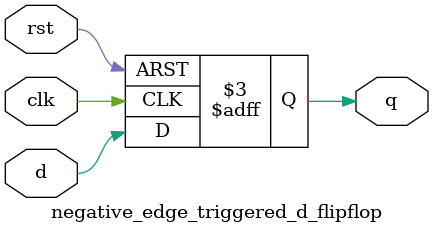
<source format=v>
`timescale 1ns / 1ps
module negative_edge_triggered_d_flipflop(q,d,clk,rst);
input d,clk,rst;
output reg q;
always @(negedge clk, posedge rst)//Can also be modelled so that reset will be applied when rst=0(negedge rst and rst==1)
if(rst==0)
q=d;
else 
q=0;
endmodule

</source>
